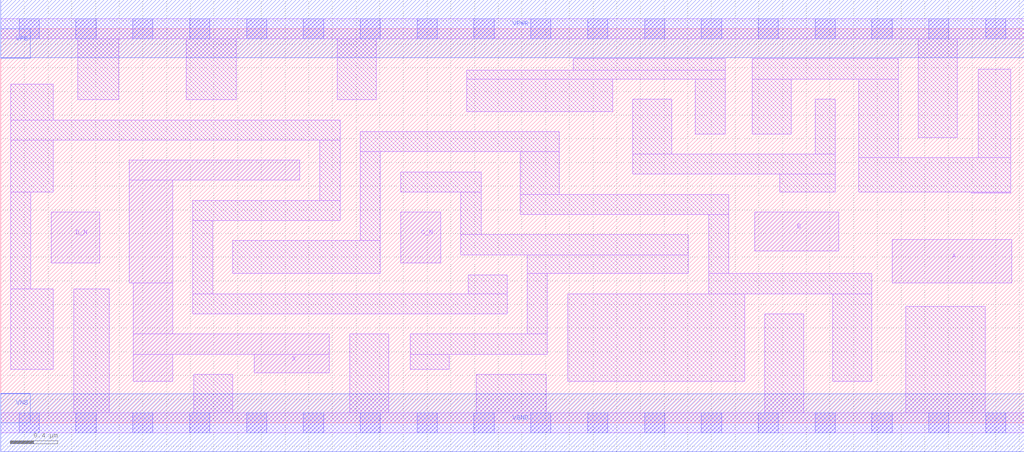
<source format=lef>
# Copyright 2020 The SkyWater PDK Authors
#
# Licensed under the Apache License, Version 2.0 (the "License");
# you may not use this file except in compliance with the License.
# You may obtain a copy of the License at
#
#     https://www.apache.org/licenses/LICENSE-2.0
#
# Unless required by applicable law or agreed to in writing, software
# distributed under the License is distributed on an "AS IS" BASIS,
# WITHOUT WARRANTIES OR CONDITIONS OF ANY KIND, either express or implied.
# See the License for the specific language governing permissions and
# limitations under the License.
#
# SPDX-License-Identifier: Apache-2.0

VERSION 5.5 ;
NAMESCASESENSITIVE ON ;
BUSBITCHARS "[]" ;
DIVIDERCHAR "/" ;
MACRO sky130_fd_sc_ms__or4bb_4
  CLASS CORE ;
  SOURCE USER ;
  ORIGIN  0.000000  0.000000 ;
  SIZE  8.640000 BY  3.330000 ;
  SYMMETRY X Y ;
  SITE unit ;
  PIN A
    ANTENNAGATEAREA  0.411000 ;
    DIRECTION INPUT ;
    USE SIGNAL ;
    PORT
      LAYER li1 ;
        RECT 7.525000 1.180000 8.535000 1.550000 ;
    END
  END A
  PIN B
    ANTENNAGATEAREA  0.411000 ;
    DIRECTION INPUT ;
    USE SIGNAL ;
    PORT
      LAYER li1 ;
        RECT 6.365000 1.450000 7.075000 1.780000 ;
    END
  END B
  PIN C_N
    ANTENNAGATEAREA  0.246000 ;
    DIRECTION INPUT ;
    USE SIGNAL ;
    PORT
      LAYER li1 ;
        RECT 3.375000 1.350000 3.715000 1.780000 ;
    END
  END C_N
  PIN D_N
    ANTENNAGATEAREA  0.246000 ;
    DIRECTION INPUT ;
    USE SIGNAL ;
    PORT
      LAYER li1 ;
        RECT 0.425000 1.350000 0.835000 1.780000 ;
    END
  END D_N
  PIN X
    ANTENNADIFFAREA  1.677500 ;
    DIRECTION OUTPUT ;
    USE SIGNAL ;
    PORT
      LAYER li1 ;
        RECT 1.085000 1.180000 1.450000 2.050000 ;
        RECT 1.085000 2.050000 2.525000 2.220000 ;
        RECT 1.120000 0.350000 1.450000 0.580000 ;
        RECT 1.120000 0.580000 2.775000 0.750000 ;
        RECT 1.120000 0.750000 1.450000 1.180000 ;
        RECT 2.140000 0.420000 2.775000 0.580000 ;
    END
  END X
  PIN VGND
    DIRECTION INOUT ;
    USE GROUND ;
    PORT
      LAYER met1 ;
        RECT 0.000000 -0.245000 8.640000 0.245000 ;
    END
  END VGND
  PIN VNB
    DIRECTION INOUT ;
    USE GROUND ;
    PORT
      LAYER met1 ;
        RECT 0.000000 0.000000 0.250000 0.250000 ;
    END
  END VNB
  PIN VPB
    DIRECTION INOUT ;
    USE POWER ;
    PORT
      LAYER met1 ;
        RECT 0.000000 3.080000 0.250000 3.330000 ;
    END
  END VPB
  PIN VPWR
    DIRECTION INOUT ;
    USE POWER ;
    PORT
      LAYER met1 ;
        RECT 0.000000 3.085000 8.640000 3.575000 ;
    END
  END VPWR
  OBS
    LAYER li1 ;
      RECT 0.000000 -0.085000 8.640000 0.085000 ;
      RECT 0.000000  3.245000 8.640000 3.415000 ;
      RECT 0.085000  0.450000 0.445000 1.130000 ;
      RECT 0.085000  1.130000 0.255000 1.950000 ;
      RECT 0.085000  1.950000 0.445000 2.390000 ;
      RECT 0.085000  2.390000 2.865000 2.560000 ;
      RECT 0.085000  2.560000 0.445000 2.860000 ;
      RECT 0.615000  0.085000 0.915000 1.130000 ;
      RECT 0.650000  2.730000 0.995000 3.245000 ;
      RECT 1.565000  2.730000 1.990000 3.245000 ;
      RECT 1.620000  0.920000 4.275000 1.090000 ;
      RECT 1.620000  1.090000 1.790000 1.710000 ;
      RECT 1.620000  1.710000 2.865000 1.880000 ;
      RECT 1.630000  0.085000 1.960000 0.410000 ;
      RECT 1.960000  1.260000 3.205000 1.540000 ;
      RECT 2.695000  1.880000 2.865000 2.390000 ;
      RECT 2.840000  2.730000 3.170000 3.245000 ;
      RECT 2.945000  0.085000 3.275000 0.750000 ;
      RECT 3.035000  1.540000 3.205000 2.290000 ;
      RECT 3.035000  2.290000 4.715000 2.460000 ;
      RECT 3.375000  1.950000 4.055000 2.120000 ;
      RECT 3.455000  0.450000 3.785000 0.580000 ;
      RECT 3.455000  0.580000 4.615000 0.750000 ;
      RECT 3.885000  1.420000 5.805000 1.590000 ;
      RECT 3.885000  1.590000 4.055000 1.950000 ;
      RECT 3.935000  2.630000 5.165000 2.905000 ;
      RECT 3.935000  2.905000 6.115000 2.980000 ;
      RECT 3.945000  1.090000 4.275000 1.250000 ;
      RECT 4.015000  0.085000 4.605000 0.410000 ;
      RECT 4.385000  1.760000 6.145000 1.930000 ;
      RECT 4.385000  1.930000 4.715000 2.290000 ;
      RECT 4.445000  0.750000 4.615000 1.260000 ;
      RECT 4.445000  1.260000 5.805000 1.420000 ;
      RECT 4.785000  0.350000 6.280000 1.090000 ;
      RECT 4.835000  2.980000 6.115000 3.075000 ;
      RECT 5.335000  2.100000 7.045000 2.270000 ;
      RECT 5.335000  2.270000 5.665000 2.735000 ;
      RECT 5.865000  2.440000 6.115000 2.905000 ;
      RECT 5.975000  1.090000 7.355000 1.260000 ;
      RECT 5.975000  1.260000 6.145000 1.760000 ;
      RECT 6.345000  2.440000 6.675000 2.905000 ;
      RECT 6.345000  2.905000 7.575000 3.075000 ;
      RECT 6.450000  0.085000 6.780000 0.920000 ;
      RECT 6.575000  1.950000 7.045000 2.100000 ;
      RECT 6.875000  2.270000 7.045000 2.735000 ;
      RECT 7.025000  0.350000 7.355000 1.090000 ;
      RECT 7.245000  1.950000 8.525000 2.240000 ;
      RECT 7.245000  2.240000 7.575000 2.905000 ;
      RECT 7.640000  0.085000 8.310000 0.985000 ;
      RECT 7.745000  2.410000 8.075000 3.245000 ;
      RECT 8.195000  1.940000 8.525000 1.950000 ;
      RECT 8.250000  2.240000 8.525000 2.990000 ;
    LAYER mcon ;
      RECT 0.155000 -0.085000 0.325000 0.085000 ;
      RECT 0.155000  3.245000 0.325000 3.415000 ;
      RECT 0.635000 -0.085000 0.805000 0.085000 ;
      RECT 0.635000  3.245000 0.805000 3.415000 ;
      RECT 1.115000 -0.085000 1.285000 0.085000 ;
      RECT 1.115000  3.245000 1.285000 3.415000 ;
      RECT 1.595000 -0.085000 1.765000 0.085000 ;
      RECT 1.595000  3.245000 1.765000 3.415000 ;
      RECT 2.075000 -0.085000 2.245000 0.085000 ;
      RECT 2.075000  3.245000 2.245000 3.415000 ;
      RECT 2.555000 -0.085000 2.725000 0.085000 ;
      RECT 2.555000  3.245000 2.725000 3.415000 ;
      RECT 3.035000 -0.085000 3.205000 0.085000 ;
      RECT 3.035000  3.245000 3.205000 3.415000 ;
      RECT 3.515000 -0.085000 3.685000 0.085000 ;
      RECT 3.515000  3.245000 3.685000 3.415000 ;
      RECT 3.995000 -0.085000 4.165000 0.085000 ;
      RECT 3.995000  3.245000 4.165000 3.415000 ;
      RECT 4.475000 -0.085000 4.645000 0.085000 ;
      RECT 4.475000  3.245000 4.645000 3.415000 ;
      RECT 4.955000 -0.085000 5.125000 0.085000 ;
      RECT 4.955000  3.245000 5.125000 3.415000 ;
      RECT 5.435000 -0.085000 5.605000 0.085000 ;
      RECT 5.435000  3.245000 5.605000 3.415000 ;
      RECT 5.915000 -0.085000 6.085000 0.085000 ;
      RECT 5.915000  3.245000 6.085000 3.415000 ;
      RECT 6.395000 -0.085000 6.565000 0.085000 ;
      RECT 6.395000  3.245000 6.565000 3.415000 ;
      RECT 6.875000 -0.085000 7.045000 0.085000 ;
      RECT 6.875000  3.245000 7.045000 3.415000 ;
      RECT 7.355000 -0.085000 7.525000 0.085000 ;
      RECT 7.355000  3.245000 7.525000 3.415000 ;
      RECT 7.835000 -0.085000 8.005000 0.085000 ;
      RECT 7.835000  3.245000 8.005000 3.415000 ;
      RECT 8.315000 -0.085000 8.485000 0.085000 ;
      RECT 8.315000  3.245000 8.485000 3.415000 ;
  END
END sky130_fd_sc_ms__or4bb_4
END LIBRARY

</source>
